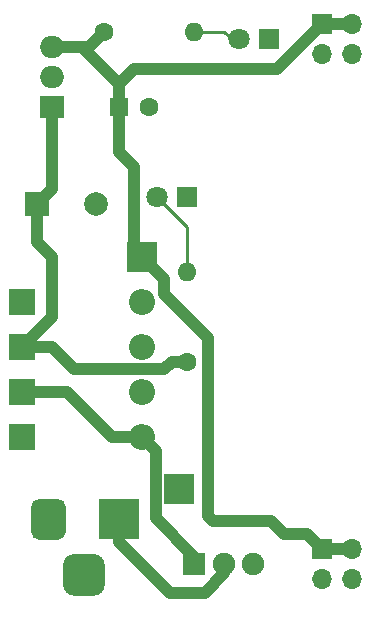
<source format=gbr>
%TF.GenerationSoftware,KiCad,Pcbnew,(5.1.10)-1*%
%TF.CreationDate,2021-09-08T17:33:34-04:00*%
%TF.ProjectId,BreadboardPowerSupplyLee,42726561-6462-46f6-9172-64506f776572,0.0.1*%
%TF.SameCoordinates,Original*%
%TF.FileFunction,Copper,L1,Top*%
%TF.FilePolarity,Positive*%
%FSLAX46Y46*%
G04 Gerber Fmt 4.6, Leading zero omitted, Abs format (unit mm)*
G04 Created by KiCad (PCBNEW (5.1.10)-1) date 2021-09-08 17:33:34*
%MOMM*%
%LPD*%
G01*
G04 APERTURE LIST*
%TA.AperFunction,ComponentPad*%
%ADD10C,2.000000*%
%TD*%
%TA.AperFunction,ComponentPad*%
%ADD11R,2.000000X2.000000*%
%TD*%
%TA.AperFunction,ComponentPad*%
%ADD12C,1.600000*%
%TD*%
%TA.AperFunction,ComponentPad*%
%ADD13R,1.600000X1.600000*%
%TD*%
%TA.AperFunction,ComponentPad*%
%ADD14O,2.200000X2.200000*%
%TD*%
%TA.AperFunction,ComponentPad*%
%ADD15R,2.200000X2.200000*%
%TD*%
%TA.AperFunction,ComponentPad*%
%ADD16C,1.800000*%
%TD*%
%TA.AperFunction,ComponentPad*%
%ADD17R,1.800000X1.800000*%
%TD*%
%TA.AperFunction,ComponentPad*%
%ADD18R,3.500000X3.500000*%
%TD*%
%TA.AperFunction,ComponentPad*%
%ADD19O,1.700000X1.700000*%
%TD*%
%TA.AperFunction,ComponentPad*%
%ADD20R,1.700000X1.700000*%
%TD*%
%TA.AperFunction,ComponentPad*%
%ADD21O,1.600000X1.600000*%
%TD*%
%TA.AperFunction,ComponentPad*%
%ADD22C,1.900000*%
%TD*%
%TA.AperFunction,ComponentPad*%
%ADD23R,1.900000X1.900000*%
%TD*%
%TA.AperFunction,ComponentPad*%
%ADD24O,2.000000X1.905000*%
%TD*%
%TA.AperFunction,ComponentPad*%
%ADD25R,2.000000X1.905000*%
%TD*%
%TA.AperFunction,ComponentPad*%
%ADD26R,2.500000X2.500000*%
%TD*%
%TA.AperFunction,Conductor*%
%ADD27C,1.016000*%
%TD*%
%TA.AperFunction,Conductor*%
%ADD28C,0.250000*%
%TD*%
G04 APERTURE END LIST*
D10*
%TO.P,C1,2*%
%TO.N,GND*%
X141525000Y-106045000D03*
D11*
%TO.P,C1,1*%
%TO.N,/VDCraw*%
X136525000Y-106045000D03*
%TD*%
D12*
%TO.P,C2,2*%
%TO.N,GND*%
X146010000Y-97790000D03*
D13*
%TO.P,C2,1*%
%TO.N,/Vout*%
X143510000Y-97790000D03*
%TD*%
D14*
%TO.P,D1,2*%
%TO.N,/VSwitched*%
X145415000Y-125730000D03*
D15*
%TO.P,D1,1*%
%TO.N,/VDCraw*%
X135255000Y-125730000D03*
%TD*%
D14*
%TO.P,D2,2*%
%TO.N,GND*%
X145415000Y-121920000D03*
D15*
%TO.P,D2,1*%
%TO.N,/VSwitched*%
X135255000Y-121920000D03*
%TD*%
D14*
%TO.P,D3,2*%
%TO.N,/VinReference*%
X145415000Y-118110000D03*
D15*
%TO.P,D3,1*%
%TO.N,/VDCraw*%
X135255000Y-118110000D03*
%TD*%
D14*
%TO.P,D4,2*%
%TO.N,GND*%
X145415000Y-114300000D03*
D15*
%TO.P,D4,1*%
%TO.N,/VinReference*%
X135255000Y-114300000D03*
%TD*%
D16*
%TO.P,D5,2*%
%TO.N,/PowerOn*%
X146685000Y-105410000D03*
D17*
%TO.P,D5,1*%
%TO.N,GND*%
X149225000Y-105410000D03*
%TD*%
D16*
%TO.P,D6,2*%
%TO.N,/RegOn*%
X153670000Y-92075000D03*
D17*
%TO.P,D6,1*%
%TO.N,GND*%
X156210000Y-92075000D03*
%TD*%
%TO.P,J1,3*%
%TO.N,Net-(J1-Pad3)*%
%TA.AperFunction,ComponentPad*%
G36*
G01*
X138760000Y-138290000D02*
X138760000Y-136540000D01*
G75*
G02*
X139635000Y-135665000I875000J0D01*
G01*
X141385000Y-135665000D01*
G75*
G02*
X142260000Y-136540000I0J-875000D01*
G01*
X142260000Y-138290000D01*
G75*
G02*
X141385000Y-139165000I-875000J0D01*
G01*
X139635000Y-139165000D01*
G75*
G02*
X138760000Y-138290000I0J875000D01*
G01*
G37*
%TD.AperFunction*%
%TO.P,J1,2*%
%TO.N,/VinReference*%
%TA.AperFunction,ComponentPad*%
G36*
G01*
X136010000Y-133715000D02*
X136010000Y-131715000D01*
G75*
G02*
X136760000Y-130965000I750000J0D01*
G01*
X138260000Y-130965000D01*
G75*
G02*
X139010000Y-131715000I0J-750000D01*
G01*
X139010000Y-133715000D01*
G75*
G02*
X138260000Y-134465000I-750000J0D01*
G01*
X136760000Y-134465000D01*
G75*
G02*
X136010000Y-133715000I0J750000D01*
G01*
G37*
%TD.AperFunction*%
D18*
%TO.P,J1,1*%
%TO.N,/Vin*%
X143510000Y-132715000D03*
%TD*%
D19*
%TO.P,J2,4*%
%TO.N,GND*%
X163195000Y-93345000D03*
%TO.P,J2,3*%
X160655000Y-93345000D03*
%TO.P,J2,2*%
%TO.N,/Vout*%
X163195000Y-90805000D03*
D20*
%TO.P,J2,1*%
X160655000Y-90805000D03*
%TD*%
D19*
%TO.P,J3,4*%
%TO.N,GND*%
X163195000Y-137795000D03*
%TO.P,J3,3*%
X160655000Y-137795000D03*
%TO.P,J3,2*%
%TO.N,/Vout*%
X163195000Y-135255000D03*
D20*
%TO.P,J3,1*%
X160655000Y-135255000D03*
%TD*%
D21*
%TO.P,R1,2*%
%TO.N,/PowerOn*%
X149225000Y-111760000D03*
D12*
%TO.P,R1,1*%
%TO.N,/VDCraw*%
X149225000Y-119380000D03*
%TD*%
D21*
%TO.P,R2,2*%
%TO.N,/RegOn*%
X149860000Y-91440000D03*
D12*
%TO.P,R2,1*%
%TO.N,/Vout*%
X142240000Y-91440000D03*
%TD*%
D22*
%TO.P,SW1,3*%
%TO.N,Net-(SW1-Pad3)*%
X154860000Y-136525000D03*
%TO.P,SW1,2*%
%TO.N,/Vin*%
X152360000Y-136525000D03*
D23*
%TO.P,SW1,1*%
%TO.N,/VSwitched*%
X149860000Y-136525000D03*
%TD*%
D24*
%TO.P,U1,3*%
%TO.N,/Vout*%
X137795000Y-92710000D03*
%TO.P,U1,2*%
%TO.N,GND*%
X137795000Y-95250000D03*
D25*
%TO.P,U1,1*%
%TO.N,/VDCraw*%
X137795000Y-97790000D03*
%TD*%
D26*
%TO.P,GND1,1*%
%TO.N,GND*%
X148590000Y-130175000D03*
%TD*%
%TO.P,Vcc1,1*%
%TO.N,/Vout*%
X145415000Y-110490000D03*
%TD*%
D27*
%TO.N,/VDCraw*%
X137795000Y-104775000D02*
X136525000Y-106045000D01*
X137795000Y-97790000D02*
X137795000Y-104775000D01*
X136525000Y-106045000D02*
X136525000Y-109220000D01*
X136525000Y-109220000D02*
X137795000Y-110490000D01*
X137795000Y-115570000D02*
X135255000Y-118110000D01*
X137795000Y-110490000D02*
X137795000Y-115570000D01*
X149225000Y-119380000D02*
X147955000Y-119380000D01*
X147955000Y-119380000D02*
X147320000Y-120015000D01*
X147320000Y-120015000D02*
X139700000Y-120015000D01*
X137795000Y-118110000D02*
X135255000Y-118110000D01*
X139700000Y-120015000D02*
X137795000Y-118110000D01*
%TO.N,/Vout*%
X137795000Y-92710000D02*
X140335000Y-92710000D01*
X143510000Y-95885000D02*
X143510000Y-97790000D01*
X140335000Y-92710000D02*
X143510000Y-95885000D01*
X140970000Y-92710000D02*
X140335000Y-92710000D01*
X142240000Y-91440000D02*
X140970000Y-92710000D01*
X143510000Y-95885000D02*
X144780000Y-94615000D01*
X156841602Y-94615000D02*
X158115000Y-93341602D01*
X144780000Y-94615000D02*
X156841602Y-94615000D01*
X158118398Y-93341602D02*
X160655000Y-90805000D01*
X158115000Y-93341602D02*
X158118398Y-93341602D01*
X160655000Y-90805000D02*
X163195000Y-90805000D01*
X160655000Y-135255000D02*
X163195000Y-135255000D01*
X151439010Y-132867010D02*
X150977990Y-132405990D01*
X156362010Y-132867010D02*
X151439010Y-132867010D01*
X144780000Y-102870000D02*
X143510000Y-101600000D01*
X157480000Y-133985000D02*
X156362010Y-132867010D01*
X159385000Y-133985000D02*
X157480000Y-133985000D01*
X143510000Y-101600000D02*
X143510000Y-97790000D01*
X160655000Y-135255000D02*
X159385000Y-133985000D01*
X144780000Y-109855000D02*
X145415000Y-110490000D01*
X144780000Y-102870000D02*
X144780000Y-109855000D01*
X150977990Y-132405990D02*
X150977990Y-117322990D01*
X147320000Y-112395000D02*
X145415000Y-110490000D01*
X147320000Y-113665000D02*
X147320000Y-112395000D01*
X150977990Y-117322990D02*
X147320000Y-113665000D01*
%TO.N,/VSwitched*%
X149860000Y-136525000D02*
X149860000Y-135890000D01*
X145415000Y-125730000D02*
X142875000Y-125730000D01*
X142875000Y-125730000D02*
X139065000Y-121920000D01*
X139065000Y-121920000D02*
X135255000Y-121920000D01*
X146577999Y-126892999D02*
X145415000Y-125730000D01*
X146577999Y-132607999D02*
X146577999Y-126892999D01*
X149860000Y-135890000D02*
X146577999Y-132607999D01*
D28*
%TO.N,/PowerOn*%
X149225000Y-107950000D02*
X146685000Y-105410000D01*
X149225000Y-111760000D02*
X149225000Y-107950000D01*
%TO.N,/RegOn*%
X153670000Y-92075000D02*
X153035000Y-92075000D01*
X152400000Y-91440000D02*
X149860000Y-91440000D01*
X153035000Y-92075000D02*
X152400000Y-91440000D01*
D27*
%TO.N,/Vin*%
X143510000Y-132715000D02*
X143510000Y-134620000D01*
X143510000Y-134620000D02*
X147802990Y-138912990D01*
X152360000Y-137296602D02*
X152360000Y-136525000D01*
X150743612Y-138912990D02*
X152360000Y-137296602D01*
X147802990Y-138912990D02*
X150743612Y-138912990D01*
%TD*%
M02*

</source>
